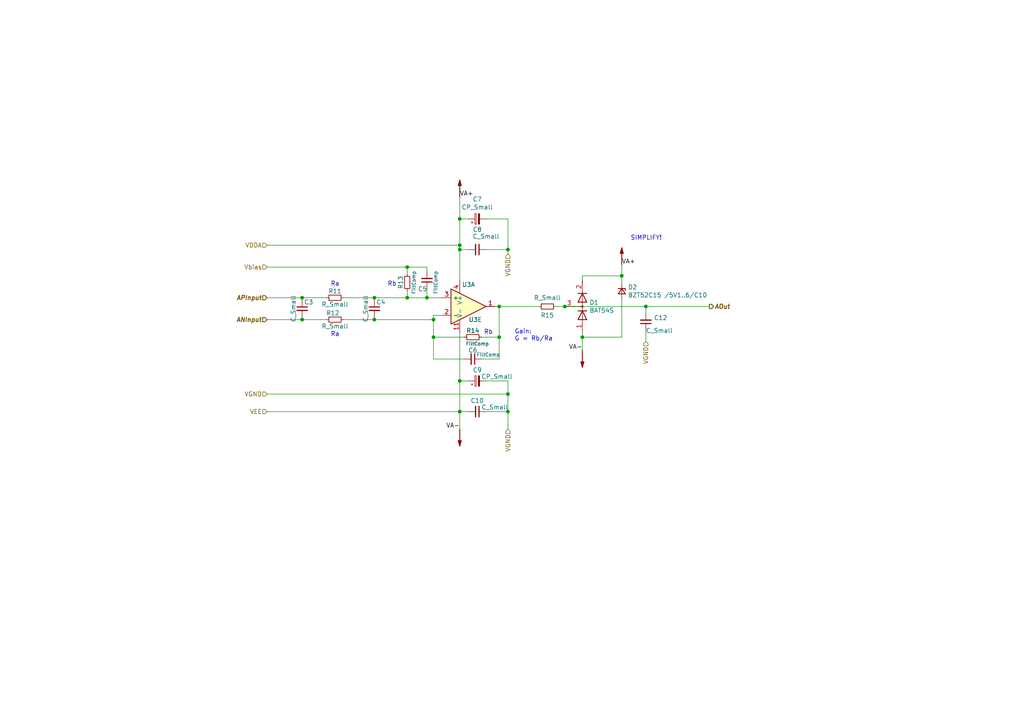
<source format=kicad_sch>
(kicad_sch (version 20250114) (generator "eeschema") (generator_version "9.0")
  (paper "A4")
  (lib_symbols
    (symbol "Device:C_Small" (pin_numbers (hide yes)) (pin_names (offset 0.254) (hide yes))
      (property "Reference" "C" (at 0.254 1.778 0))
      (property "Value" "C_Small" (at 0.254 -2.032 0))
      (symbol "C_Small_0_1"
        (polyline (pts (xy -1.524 0.508) (xy 1.524 0.508)) (stroke (width 0.3048)))
        (polyline (pts (xy -1.524 -0.508) (xy 1.524 -0.508)) (stroke (width 0.3302)))
      )
      (symbol "C_Small_1_1"
        (pin passive line (at 0 2.54 270) (length 2.032) (name "~") (number "1"))
        (pin passive line (at 0 -2.54 90) (length 2.032) (name "~") (number "2"))
      )
    )
    (symbol "Device:D_Zener_Small" (pin_numbers (hide yes)) (pin_names (offset 0.254) (hide yes))
      (property "Reference" "D" (at 0 2.286 0))
      (property "Value" "D_Zener_Small" (at 0 -2.286 0))
      (symbol "D_Zener_Small_0_1"
        (polyline (pts (xy -0.254 1.016) (xy -0.762 1.016) (xy -0.762 -1.016)) (stroke (width 0.254)))
        (polyline (pts (xy 0.762 1.016) (xy -0.762 0) (xy 0.762 -1.016) (xy 0.762 1.016)) (stroke (width 0.254)))
        (polyline (pts (xy 0.762 0) (xy -0.762 0)))
      )
      (symbol "D_Zener_Small_1_1"
        (pin passive line (at -2.54 0 0) (length 1.778) (name "K") (number "1"))
        (pin passive line (at 2.54 0 180) (length 1.778) (name "A") (number "2"))
      )
    )
    (symbol "Device:R_Small" (pin_numbers (hide yes)) (pin_names (offset 0.254) (hide yes))
      (property "Reference" "R" (at 0.762 0.508 0))
      (property "Value" "R_Small" (at 0.762 -1.016 0))
      (symbol "R_Small_0_1"
        (rectangle (start -0.762 1.778) (end 0.762 -1.778) (stroke (width 0.2032)))
      )
      (symbol "R_Small_1_1"
        (pin passive line (at 0 2.54 270) (length 0.762) (name "~") (number "1"))
        (pin passive line (at 0 -2.54 90) (length 0.762) (name "~") (number "2"))
      )
    )
    (symbol "Graphic:SYM_Arrow_Normal" (in_bom no) (on_board no)
      (symbol "SYM_Arrow_Normal_0_1"
        (polyline (pts (xy 1.524 0) (xy -2.54 0)) (stroke (width 0.254)))
        (polyline (pts (xy 2.54 0) (xy 0.762 -0.508) (xy 0.762 0.508) (xy 2.54 0)) (fill (type outline)))
      )
    )
    (symbol "Sallen-Keys_filter-rescue:CP_Small-Device" (pin_numbers (hide yes)) (pin_names (offset 0.254) (hide yes))
      (property "Reference" "C" (at 0.254 1.778 0))
      (property "Value" "Device_CP_Small" (at 0.254 -2.032 0))
      (symbol "CP_Small-Device_0_1"
        (rectangle (start -1.524 0.6858) (end 1.524 0.3048))
        (rectangle (start -1.524 -0.3048) (end 1.524 -0.6858) (fill (type outline)))
        (polyline (pts (xy -1.27 1.524) (xy -0.762 1.524)))
        (polyline (pts (xy -1.016 1.27) (xy -1.016 1.778)))
      )
      (symbol "CP_Small-Device_1_1"
        (pin passive line (at 0 2.54 270) (length 1.8542) (name "~") (number "1"))
        (pin passive line (at 0 -2.54 90) (length 1.8542) (name "~") (number "2"))
      )
    )
    (symbol "Sallen-Keys_filter-rescue:D_x2_Serial_AKC-Device" (pin_names (offset 0.762) (hide yes))
      (property "Reference" "D" (at 1.27 -2.54 0))
      (property "Value" "Device_D_x2_Serial_AKC" (at 0 2.54 0))
      (symbol "D_x2_Serial_AKC-Device_0_1"
        (polyline (pts (xy -3.81 1.27) (xy -1.27 0) (xy -3.81 -1.27) (xy -3.81 1.27) (xy -3.81 1.27) (xy -3.81 1.27)) (stroke (width 0.254)))
        (polyline (pts (xy -3.81 0) (xy 3.81 0)))
        (polyline (pts (xy -1.27 -1.27) (xy -1.27 1.27) (xy -1.27 1.27)) (stroke (width 0.254)))
        (polyline (pts (xy 0 0) (xy 0 -2.54)))
        (circle (center 0 0) (radius 0.254) (fill (type outline)))
        (polyline (pts (xy 1.27 1.27) (xy 3.81 0) (xy 1.27 -1.27) (xy 1.27 1.27) (xy 1.27 1.27) (xy 1.27 1.27)) (stroke (width 0.254)))
        (polyline (pts (xy 3.81 1.27) (xy 3.81 -1.27) (xy 3.81 -1.27)) (stroke (width 0.254)))
        (polyline (pts (xy 6.35 0) (xy 7.62 0)))
        (pin passive line (at -7.62 0 0) (length 3.81) (name "A") (number "1"))
        (pin passive line (at 0 -5.08 90) (length 2.54) (name "common") (number "3"))
        (pin passive line (at 7.62 0 180) (length 3.81) (name "K") (number "2"))
      )
    )
    (symbol "Sallen-Keys_filter-rescue:Opamp_Quad_Generic-Device"
      (property "Reference" "U" (at 0 5.08 0))
      (property "Value" "Device_Opamp_Quad_Generic" (at 0 -5.08 0))
      (symbol "Opamp_Quad_Generic-Device_1_1"
        (polyline (pts (xy -5.08 5.08) (xy 5.08 0) (xy -5.08 -5.08) (xy -5.08 5.08)) (stroke (width 0.254)) (fill (type background)))
        (pin input line (at -7.62 2.54 0) (length 2.54) (name "+") (number "3"))
        (pin input line (at -7.62 -2.54 0) (length 2.54) (name "-") (number "2"))
        (pin output line (at 7.62 0 180) (length 2.54) (name "~") (number "1"))
      )
      (symbol "Opamp_Quad_Generic-Device_2_1"
        (polyline (pts (xy -5.08 5.08) (xy 5.08 0) (xy -5.08 -5.08) (xy -5.08 5.08)) (stroke (width 0.254)) (fill (type background)))
        (pin input line (at -7.62 2.54 0) (length 2.54) (name "+") (number "5"))
        (pin input line (at -7.62 -2.54 0) (length 2.54) (name "-") (number "6"))
        (pin output line (at 7.62 0 180) (length 2.54) (name "~") (number "7"))
      )
      (symbol "Opamp_Quad_Generic-Device_3_1"
        (polyline (pts (xy -5.08 5.08) (xy 5.08 0) (xy -5.08 -5.08) (xy -5.08 5.08)) (stroke (width 0.254)) (fill (type background)))
        (pin input line (at -7.62 2.54 0) (length 2.54) (name "+") (number "10"))
        (pin input line (at -7.62 -2.54 0) (length 2.54) (name "-") (number "9"))
        (pin output line (at 7.62 0 180) (length 2.54) (name "~") (number "8"))
      )
      (symbol "Opamp_Quad_Generic-Device_4_1"
        (polyline (pts (xy -5.08 5.08) (xy 5.08 0) (xy -5.08 -5.08) (xy -5.08 5.08)) (stroke (width 0.254)) (fill (type background)))
        (pin input line (at -7.62 2.54 0) (length 2.54) (name "+") (number "12"))
        (pin input line (at -7.62 -2.54 0) (length 2.54) (name "-") (number "13"))
        (pin output line (at 7.62 0 180) (length 2.54) (name "~") (number "14"))
      )
      (symbol "Opamp_Quad_Generic-Device_5_1"
        (pin power_in line (at -2.54 7.62 270) (length 3.81) (name "V+") (number "4"))
        (pin power_in line (at -2.54 -7.62 90) (length 3.81) (name "V-") (number "11"))
      )
    )
  )
  (text "Ra" (at 95.885 97.79 0) (effects (font (size 1.27 1.27)) (justify left bottom)))
  (text "Rb" (at 112.395 83.185 0) (effects (font (size 1.27 1.27)) (justify left bottom)))
  (text "SIMPLIFY!" (at 182.88 69.85 0) (effects (font (size 1.27 1.27)) (justify left bottom)))
  (text "Rb" (at 140.335 97.155 0) (effects (font (size 1.27 1.27)) (justify left bottom)))
  (text "Gain:\nG = Rb/Ra" (at 149.225 99.06 0) (effects (font (size 1.27 1.27)) (justify left bottom)))
  (text "Ra" (at 95.885 83.185 0) (effects (font (size 1.27 1.27)) (justify left bottom)))
  (junction (at 168.91 97.79))
  (junction (at 133.35 110.49))
  (junction (at 118.11 77.47))
  (junction (at 187.325 88.9))
  (junction (at 147.32 72.39))
  (junction (at 123.825 86.36))
  (junction (at 180.34 80.01))
  (junction (at 163.83 88.9))
  (junction (at 133.35 63.5))
  (junction (at 133.35 119.38))
  (junction (at 125.73 92.71))
  (junction (at 147.32 114.3))
  (junction (at 133.35 71.12))
  (junction (at 144.78 97.79))
  (junction (at 87.63 92.71))
  (junction (at 147.32 119.38))
  (junction (at 118.11 86.36))
  (junction (at 108.585 92.71))
  (junction (at 108.585 86.36))
  (junction (at 144.78 88.9))
  (junction (at 87.63 86.36))
  (junction (at 125.73 97.79))
  (junction (at 133.35 72.39))
  (wire (pts (xy 118.11 86.36) (xy 123.825 86.36)))
  (wire (pts (xy 163.83 88.9) (xy 187.325 88.9)))
  (wire (pts (xy 187.325 95.885) (xy 187.325 99.06)))
  (wire (pts (xy 108.585 86.36) (xy 108.585 86.995)))
  (wire (pts (xy 168.91 80.01) (xy 180.34 80.01)))
  (wire (pts (xy 125.73 91.44) (xy 125.73 92.71)))
  (wire (pts (xy 77.47 86.36) (xy 87.63 86.36)))
  (wire (pts (xy 87.63 86.36) (xy 94.615 86.36)))
  (wire (pts (xy 133.35 110.49) (xy 133.35 96.52)))
  (wire (pts (xy 147.32 114.3) (xy 147.32 119.38)))
  (wire (pts (xy 168.91 96.52) (xy 168.91 97.79)))
  (wire (pts (xy 123.825 83.82) (xy 123.825 86.36)))
  (wire (pts (xy 187.325 90.805) (xy 187.325 88.9)))
  (wire (pts (xy 108.585 92.71) (xy 125.73 92.71)))
  (wire (pts (xy 140.97 63.5) (xy 147.32 63.5)))
  (wire (pts (xy 147.32 72.39) (xy 147.32 73.66)))
  (wire (pts (xy 125.73 91.44) (xy 128.27 91.44)))
  (wire (pts (xy 118.11 77.47) (xy 123.825 77.47)))
  (wire (pts (xy 123.825 86.36) (xy 128.27 86.36)))
  (wire (pts (xy 147.32 110.49) (xy 147.32 114.3)))
  (wire (pts (xy 180.34 81.915) (xy 180.34 80.01)))
  (wire (pts (xy 77.47 119.38) (xy 133.35 119.38)))
  (wire (pts (xy 147.32 119.38) (xy 147.32 124.46)))
  (wire (pts (xy 99.695 92.71) (xy 108.585 92.71)))
  (wire (pts (xy 125.73 104.14) (xy 125.73 97.79)))
  (wire (pts (xy 133.35 63.5) (xy 135.89 63.5)))
  (wire (pts (xy 135.89 119.38) (xy 133.35 119.38)))
  (wire (pts (xy 139.7 104.14) (xy 144.78 104.14)))
  (wire (pts (xy 161.29 88.9) (xy 163.83 88.9)))
  (wire (pts (xy 87.63 86.36) (xy 87.63 86.995)))
  (wire (pts (xy 77.47 77.47) (xy 118.11 77.47)))
  (wire (pts (xy 144.78 104.14) (xy 144.78 97.79)))
  (wire (pts (xy 108.585 86.36) (xy 118.11 86.36)))
  (wire (pts (xy 135.89 110.49) (xy 133.35 110.49)))
  (wire (pts (xy 77.47 71.12) (xy 133.35 71.12)))
  (wire (pts (xy 135.89 72.39) (xy 133.35 72.39)))
  (wire (pts (xy 108.585 92.075) (xy 108.585 92.71)))
  (wire (pts (xy 140.97 110.49) (xy 147.32 110.49)))
  (wire (pts (xy 133.35 63.5) (xy 133.35 71.12)))
  (wire (pts (xy 87.63 92.075) (xy 87.63 92.71)))
  (wire (pts (xy 125.73 92.71) (xy 125.73 97.79)))
  (wire (pts (xy 139.7 97.79) (xy 144.78 97.79)))
  (wire (pts (xy 87.63 92.71) (xy 94.615 92.71)))
  (wire (pts (xy 168.91 80.01) (xy 168.91 81.28)))
  (wire (pts (xy 134.62 97.79) (xy 125.73 97.79)))
  (wire (pts (xy 168.91 97.79) (xy 180.34 97.79)))
  (wire (pts (xy 133.35 119.38) (xy 133.35 110.49)))
  (wire (pts (xy 140.97 72.39) (xy 147.32 72.39)))
  (wire (pts (xy 143.51 88.9) (xy 144.78 88.9)))
  (wire (pts (xy 144.78 97.79) (xy 144.78 88.9)))
  (wire (pts (xy 134.62 104.14) (xy 125.73 104.14)))
  (wire (pts (xy 133.35 124.46) (xy 133.35 119.38)))
  (wire (pts (xy 77.47 114.3) (xy 147.32 114.3)))
  (wire (pts (xy 118.11 84.455) (xy 118.11 86.36)))
  (wire (pts (xy 123.825 77.47) (xy 123.825 78.74)))
  (wire (pts (xy 99.695 86.36) (xy 108.585 86.36)))
  (wire (pts (xy 118.11 77.47) (xy 118.11 79.375)))
  (wire (pts (xy 187.325 88.9) (xy 205.74 88.9)))
  (wire (pts (xy 77.47 92.71) (xy 87.63 92.71)))
  (wire (pts (xy 133.35 57.15) (xy 133.35 63.5)))
  (wire (pts (xy 180.34 86.995) (xy 180.34 97.79)))
  (wire (pts (xy 144.78 88.9) (xy 156.21 88.9)))
  (wire (pts (xy 133.35 71.12) (xy 133.35 72.39)))
  (wire (pts (xy 180.34 76.835) (xy 180.34 80.01)))
  (wire (pts (xy 140.97 119.38) (xy 147.32 119.38)))
  (wire (pts (xy 133.35 72.39) (xy 133.35 81.28)))
  (wire (pts (xy 147.32 63.5) (xy 147.32 72.39)))
  (wire (pts (xy 168.91 101.6) (xy 168.91 97.79)))
  (label "VA-" (at 168.91 101.6 180))
  (label "VA+" (at 133.35 57.15 0))
  (label "VA+" (at 180.34 76.835 0))
  (label "VA-" (at 133.35 124.46 180))
  (hierarchical_label "ANInput" (shape input) (at 77.47 92.71 180) (effects (font (thickness 0.254) (bold yes) (italic yes))))
  (hierarchical_label "Vbias" (shape input) (at 77.47 77.47 180))
  (hierarchical_label "VGND" (shape input) (at 147.32 124.46 270))
  (hierarchical_label "AOut" (shape output) (at 205.74 88.9 0) (effects (font (thickness 0.254) (bold yes) (italic yes))))
  (hierarchical_label "APInput" (shape input) (at 77.47 86.36 180) (effects (font (thickness 0.254) (bold yes) (italic yes))))
  (hierarchical_label "VGND" (shape input) (at 77.47 114.3 180))
  (hierarchical_label "VDDA" (shape input) (at 77.47 71.12 180))
  (hierarchical_label "VGND" (shape input) (at 187.325 99.06 270))
  (hierarchical_label "VEE" (shape input) (at 77.47 119.38 180))
  (hierarchical_label "VGND" (shape input) (at 147.32 73.66 270))
  (symbol (lib_id "Sallen-Keys_filter-rescue:Opamp_Quad_Generic-Device") (at 135.89 88.9 0) (unit 1)
    (property "Reference" "U3" (at 135.89 82.55 0))
    (property "Value" "Opamp_Quad_Generic" (effects (hide yes)))
    (property "Footprint" "Package_SO:SOIC-14_3.9x8.7mm_P1.27mm" (effects (hide yes)))
  )
  (symbol (lib_id "Sallen-Keys_filter-rescue:Opamp_Quad_Generic-Device") (at 135.89 88.9 0) (unit 5)
    (property "Reference" "U3" (at 135.89 92.71 0) (effects (justify left)))
    (property "Value" "Opamp_Quad_Generic" (effects (hide yes)))
    (property "Footprint" "Package_SO:SOIC-14_3.9x8.7mm_P1.27mm" (effects (hide yes)))
  )
  (symbol (lib_id "Device:R_Small") (at 137.16 97.79 270) (unit 1)
    (property "Reference" "R14" (at 137.16 95.885 90))
    (property "Value" "FiltComp" (at 138.43 99.695 90) (effects (font (size 1 1))))
    (property "Footprint" "Resistor_SMD:R_0805_2012Metric" (effects (hide yes)))
  )
  (symbol (lib_id "Device:R_Small") (at 118.11 81.915 0) (unit 1)
    (property "Reference" "R13" (at 116.205 81.915 90))
    (property "Value" "FiltComp" (at 120.015 81.915 90) (effects (font (size 1 1))))
    (property "Footprint" "Resistor_SMD:R_0805_2012Metric" (effects (hide yes)))
  )
  (symbol (lib_id "Device:R_Small") (at 97.155 86.36 270) (unit 1)
    (property "Reference" "R11" (at 97.155 84.455 90))
    (property "Value" "R_Small" (at 97.155 88.265 90))
    (property "Footprint" "Resistor_SMD:R_0805_2012Metric" (effects (hide yes)))
  )
  (symbol (lib_id "Device:C_Small") (at 108.585 89.535 0) (unit 1)
    (property "Reference" "C4" (at 110.49 87.63 0))
    (property "Value" "C_Small" (at 106.045 89.535 90))
    (property "Footprint" "Capacitor_SMD:C_1206_3216Metric_Pad1.33x1.80mm_HandSolder" (effects (hide yes)))
  )
  (symbol (lib_id "Device:R_Small") (at 158.75 88.9 90) (unit 1)
    (property "Reference" "R15" (at 158.75 91.44 90))
    (property "Value" "R_Small" (at 158.75 86.36 90))
    (property "Footprint" "Resistor_SMD:R_0805_2012Metric" (effects (hide yes)))
  )
  (symbol (lib_id "Device:C_Small") (at 138.43 72.39 270) (unit 1)
    (property "Reference" "C8" (at 138.43 66.5734 90))
    (property "Value" "C_Small" (at 140.97 68.58 90))
    (property "Footprint" "Capacitor_SMD:C_1206_3216Metric_Pad1.33x1.80mm_HandSolder" (effects (hide yes)))
  )
  (symbol (lib_id "Sallen-Keys_filter-rescue:CP_Small-Device") (at 138.43 63.5 90) (unit 1)
    (property "Reference" "C7" (at 138.43 57.785 90))
    (property "Value" "CP_Small" (at 138.43 60.0964 90))
    (property "Footprint" "Capacitor_Tantalum_SMD:CP_EIA-3216-10_Kemet-I_Pad1.58x1.35mm_HandSolder" (effects (hide yes)))
  )
  (symbol (lib_id "Device:C_Small") (at 138.43 119.38 270) (unit 1)
    (property "Reference" "C10" (at 138.43 116.205 90))
    (property "Value" "C_Small" (at 143.51 118.11 90))
    (property "Footprint" "Capacitor_SMD:C_1206_3216Metric_Pad1.33x1.80mm_HandSolder" (effects (hide yes)))
  )
  (symbol (lib_id "Sallen-Keys_filter-rescue:CP_Small-Device") (at 138.43 110.49 90) (unit 1)
    (property "Reference" "C9" (at 138.43 107.315 90))
    (property "Value" "CP_Small" (at 144.145 109.22 90))
    (property "Footprint" "Capacitor_Tantalum_SMD:CP_EIA-3216-10_Kemet-I_Pad1.58x1.35mm_HandSolder" (effects (hide yes)))
  )
  (symbol (lib_id "Device:D_Zener_Small") (at 180.34 84.455 270) (unit 1)
    (property "Reference" "D2" (at 182.118 83.2866 90) (effects (justify left)))
    (property "Value" "BZT52C15 /5V1..6/C10" (at 182.118 85.598 90) (effects (justify left)))
    (property "Footprint" "Diode_SMD:D_SOD-123" (effects (hide yes)))
    (property "Datasheet" "BZX55CV" (effects (hide yes)))
  )
  (symbol (lib_id "Device:C_Small") (at 187.325 93.345 180) (unit 1)
    (property "Reference" "C12" (at 189.6618 92.1766 0) (effects (justify right)))
    (property "Value" "C_Small" (at 187.325 95.885 0) (effects (justify right)))
    (property "Footprint" "Capacitor_SMD:C_1206_3216Metric_Pad1.33x1.80mm_HandSolder" (effects (hide yes)))
  )
  (symbol (lib_id "Graphic:SYM_Arrow_Normal") (at 133.35 54.61 90) (unit 1)
    (property "Reference" "#SYM7" (effects (hide yes)))
    (property "Value" "SYM_Arrow_Normal" (effects (hide yes)))
  )
  (symbol (lib_id "Graphic:SYM_Arrow_Normal") (at 180.34 74.295 90) (unit 1)
    (property "Reference" "#SYM10" (effects (hide yes)))
    (property "Value" "SYM_Arrow_Normal" (effects (hide yes)))
  )
  (symbol (lib_id "Graphic:SYM_Arrow_Normal") (at 133.35 127 270) (unit 1)
    (property "Reference" "#SYM8" (effects (hide yes)))
    (property "Value" "SYM_Arrow_Normal" (effects (hide yes)))
  )
  (symbol (lib_id "Graphic:SYM_Arrow_Normal") (at 168.91 104.14 270) (unit 1)
    (property "Reference" "#SYM9" (effects (hide yes)))
    (property "Value" "SYM_Arrow_Normal" (effects (hide yes)))
  )
  (symbol (lib_id "Sallen-Keys_filter-rescue:D_x2_Serial_AKC-Device") (at 168.91 88.9 270) (mirror x) (unit 1)
    (property "Reference" "D1" (at 170.942 87.7316 90) (effects (justify left)))
    (property "Value" "BAT54S" (at 170.942 90.043 90) (effects (justify left)))
    (property "Footprint" "Package_TO_SOT_SMD:SOT-23" (effects (hide yes)))
  )
  (symbol (lib_id "Device:C_Small") (at 87.63 89.535 0) (unit 1)
    (property "Reference" "C3" (at 89.535 87.63 0))
    (property "Value" "C_Small" (at 85.09 89.535 90))
    (property "Footprint" "Capacitor_SMD:C_1206_3216Metric_Pad1.33x1.80mm_HandSolder" (effects (hide yes)))
  )
  (symbol (lib_id "Device:R_Small") (at 97.155 92.71 270) (unit 1)
    (property "Reference" "R12" (at 96.52 90.805 90))
    (property "Value" "R_Small" (at 97.155 94.615 90))
    (property "Footprint" "Resistor_SMD:R_0805_2012Metric" (effects (hide yes)))
  )
  (symbol (lib_id "Device:C_Small") (at 137.16 104.14 270) (unit 1)
    (property "Reference" "C6" (at 137.16 101.6 90))
    (property "Value" "FiltComp" (at 141.605 102.87 90) (effects (font (size 1 1))))
    (property "Footprint" "Capacitor_SMD:C_1206_3216Metric_Pad1.33x1.80mm_HandSolder" (effects (hide yes)))
  )
  (symbol (lib_id "Device:C_Small") (at 123.825 81.28 180) (unit 1)
    (property "Reference" "C5" (at 122.555 83.82 0))
    (property "Value" "FiltComp" (at 126.365 81.915 90) (effects (font (size 1 1))))
    (property "Footprint" "Capacitor_SMD:C_1206_3216Metric_Pad1.33x1.80mm_HandSolder" (effects (hide yes)))
  )
)
</source>
